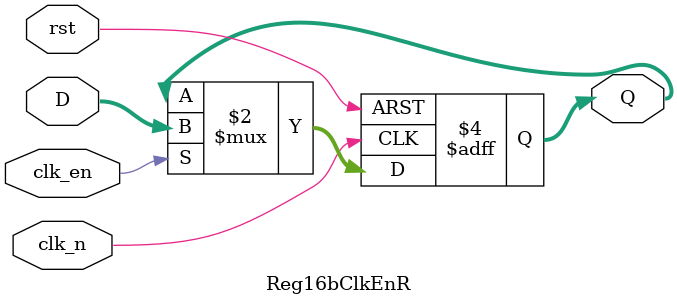
<source format=v>
`timescale 1ns / 1ps
module Reg16bClkEnR(
	input clk_n, 		// clock
	input clk_en,	// clock enable
	input rst,	// reset
	input [15:0] D,	// data input
	output reg [15:0] Q);	// data output

	// module body
	always @(negedge clk_n, posedge rst) begin
		if(rst) Q <= 16'b0;
		else if (clk_en) Q <= D;
	end
endmodule

</source>
